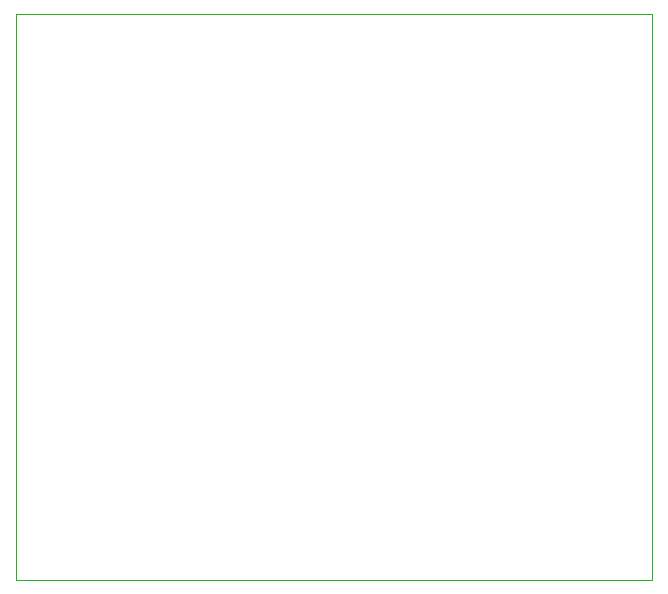
<source format=gbr>
G04*
G04 #@! TF.GenerationSoftware,Altium Limited,Altium Designer,22.4.2 (48)*
G04*
G04 Layer_Color=0*
%FSLAX25Y25*%
%MOIN*%
G70*
G04*
G04 #@! TF.SameCoordinates,96A84167-8CB8-41EC-8849-8989CCC38216*
G04*
G04*
G04 #@! TF.FilePolarity,Positive*
G04*
G01*
G75*
%ADD33C,0.00100*%
D33*
X488091Y100000D02*
X700000D01*
Y288600D01*
X488091D01*
Y100000D01*
M02*

</source>
